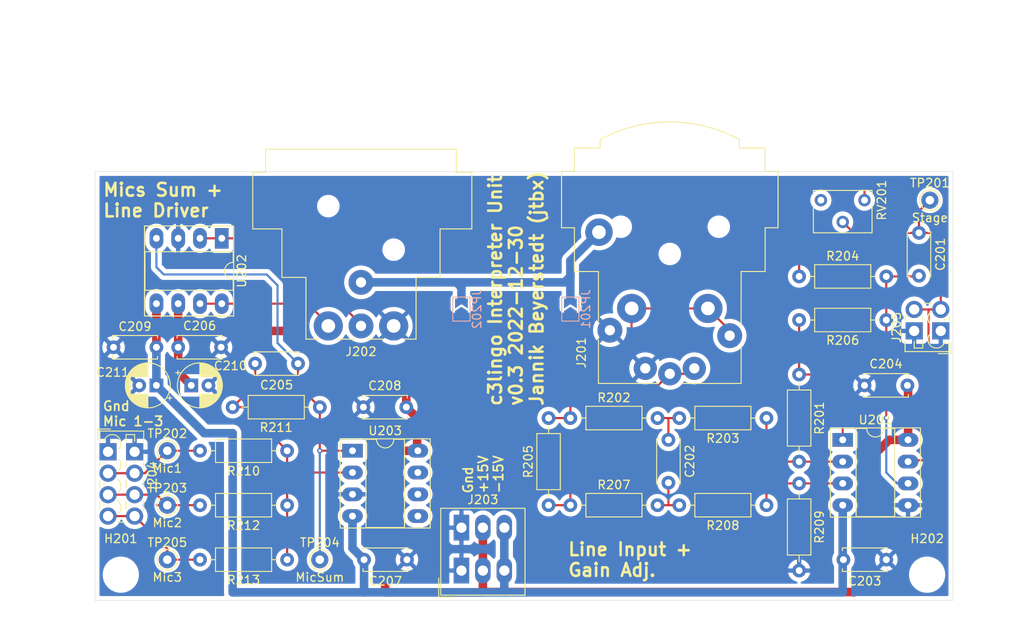
<source format=kicad_pcb>
(kicad_pcb (version 20211014) (generator pcbnew)

  (general
    (thickness 1.6)
  )

  (paper "A4" portrait)
  (title_block
    (title "c3lingo interpeter unit -- channel strip")
    (date "2022-12-31")
    (rev "v0.3")
    (company "Jannik Beyerstedt (jtbx)")
    (comment 1 "Prototype 2")
  )

  (layers
    (0 "F.Cu" signal)
    (31 "B.Cu" signal)
    (32 "B.Adhes" user "B.Adhesive")
    (33 "F.Adhes" user "F.Adhesive")
    (34 "B.Paste" user)
    (35 "F.Paste" user)
    (36 "B.SilkS" user "B.Silkscreen")
    (37 "F.SilkS" user "F.Silkscreen")
    (38 "B.Mask" user)
    (39 "F.Mask" user)
    (40 "Dwgs.User" user "User.Drawings")
    (41 "Cmts.User" user "User.Comments")
    (42 "Eco1.User" user "User.Eco1")
    (43 "Eco2.User" user "User.Eco2")
    (44 "Edge.Cuts" user)
    (45 "Margin" user)
    (46 "B.CrtYd" user "B.Courtyard")
    (47 "F.CrtYd" user "F.Courtyard")
    (48 "B.Fab" user)
    (49 "F.Fab" user)
  )

  (setup
    (pad_to_mask_clearance 0)
    (pcbplotparams
      (layerselection 0x00010f0_ffffffff)
      (disableapertmacros false)
      (usegerberextensions true)
      (usegerberattributes false)
      (usegerberadvancedattributes true)
      (creategerberjobfile false)
      (svguseinch false)
      (svgprecision 6)
      (excludeedgelayer true)
      (plotframeref false)
      (viasonmask false)
      (mode 1)
      (useauxorigin false)
      (hpglpennumber 1)
      (hpglpenspeed 20)
      (hpglpendiameter 15.000000)
      (dxfpolygonmode true)
      (dxfimperialunits true)
      (dxfusepcbnewfont true)
      (psnegative false)
      (psa4output false)
      (plotreference true)
      (plotvalue true)
      (plotinvisibletext false)
      (sketchpadsonfab false)
      (subtractmaskfromsilk true)
      (outputformat 1)
      (mirror false)
      (drillshape 0)
      (scaleselection 1)
      (outputdirectory "c3lingo_unit-mix_io-gerber")
    )
  )

  (net 0 "")
  (net 1 "-15V")
  (net 2 "+15V")
  (net 3 "GND")
  (net 4 "/StageSignal")
  (net 5 "Net-(C201-Pad2)")
  (net 6 "Net-(C202-Pad2)")
  (net 7 "Net-(C202-Pad1)")
  (net 8 "Net-(C205-Pad2)")
  (net 9 "Net-(C205-Pad1)")
  (net 10 "Net-(J201-Pad3)")
  (net 11 "Net-(J201-Pad2)")
  (net 12 "GNDREF")
  (net 13 "Net-(J202-Pad2)")
  (net 14 "Net-(J202-Pad3)")
  (net 15 "/Mix_Ch3")
  (net 16 "/Mix_Ch2")
  (net 17 "/Mix_Ch1")
  (net 18 "Net-(R201-Pad2)")
  (net 19 "Net-(R201-Pad1)")
  (net 20 "Net-(R204-Pad1)")
  (net 21 "Net-(R208-Pad1)")
  (net 22 "unconnected-(RV201-Pad3)")

  (footprint "Connector_Audio:Jack_XLR_Neutrik_NC3MAAH_Horizontal" (layer "F.Cu") (at 84.81 68 180))

  (footprint "Connector_Audio:Jack_XLR-6.35mm_Neutrik_NCJ6FA-H_Horizontal" (layer "F.Cu") (at 110.015 68.5 90))

  (footprint "Capacitor_THT:C_Disc_D5.0mm_W2.5mm_P5.00mm" (layer "F.Cu") (at 73.66 72.39 180))

  (footprint "Capacitor_THT:C_Disc_D5.0mm_W2.5mm_P5.00mm" (layer "F.Cu") (at 86.36 95.25 180))

  (footprint "Capacitor_THT:C_Disc_D5.0mm_W2.5mm_P5.00mm" (layer "F.Cu") (at 81.28 77.47))

  (footprint "Capacitor_THT:C_Disc_D5.0mm_W2.5mm_P5.00mm" (layer "F.Cu") (at 146.05 57.15 -90))

  (footprint "Capacitor_THT:C_Disc_D5.0mm_W2.5mm_P5.00mm" (layer "F.Cu") (at 142.24 95.25 180))

  (footprint "Capacitor_THT:C_Disc_D5.0mm_W2.5mm_P5.00mm" (layer "F.Cu") (at 139.7 74.93))

  (footprint "Capacitor_THT:C_Disc_D5.0mm_W2.5mm_P5.00mm" (layer "F.Cu") (at 59.69 70.485))

  (footprint "Capacitor_THT:C_Disc_D5.0mm_W2.5mm_P5.00mm" (layer "F.Cu") (at 57.15 70.485 180))

  (footprint "Resistor_THT:R_Axial_DIN0207_L6.3mm_D2.5mm_P10.16mm_Horizontal" (layer "F.Cu") (at 72.39 82.55 180))

  (footprint "Resistor_THT:R_Axial_DIN0207_L6.3mm_D2.5mm_P10.16mm_Horizontal" (layer "F.Cu") (at 76.2 77.47 180))

  (footprint "Resistor_THT:R_Axial_DIN0207_L6.3mm_D2.5mm_P10.16mm_Horizontal" (layer "F.Cu") (at 72.39 88.9 180))

  (footprint "Resistor_THT:R_Axial_DIN0207_L6.3mm_D2.5mm_P10.16mm_Horizontal" (layer "F.Cu") (at 72.39 95.25 180))

  (footprint "Resistor_THT:R_Axial_DIN0207_L6.3mm_D2.5mm_P10.16mm_Horizontal" (layer "F.Cu") (at 132.08 73.66 -90))

  (footprint "Resistor_THT:R_Axial_DIN0207_L6.3mm_D2.5mm_P10.16mm_Horizontal" (layer "F.Cu") (at 128.27 78.74 180))

  (footprint "Resistor_THT:R_Axial_DIN0207_L6.3mm_D2.5mm_P10.16mm_Horizontal" (layer "F.Cu") (at 132.08 62.23))

  (footprint "Resistor_THT:R_Axial_DIN0207_L6.3mm_D2.5mm_P10.16mm_Horizontal" (layer "F.Cu") (at 142.24 67.31 180))

  (footprint "Resistor_THT:R_Axial_DIN0207_L6.3mm_D2.5mm_P10.16mm_Horizontal" (layer "F.Cu") (at 128.27 88.9 180))

  (footprint "Resistor_THT:R_Axial_DIN0207_L6.3mm_D2.5mm_P10.16mm_Horizontal" (layer "F.Cu") (at 132.08 86.36 -90))

  (footprint "Potentiometer_THT:Potentiometer_Vishay_T73XX_Horizontal" (layer "F.Cu") (at 139.7 53.34 -90))

  (footprint "Package_DIP:DIP-8_W7.62mm_Socket_LongPads" (layer "F.Cu") (at 137.16 81.28))

  (footprint "Package_DIP:DIP-8_W7.62mm_Socket_LongPads" (layer "F.Cu") (at 64.77 57.785 -90))

  (footprint "TestPoint:TestPoint_THTPad_D2.0mm_Drill1.0mm" (layer "F.Cu") (at 76.2 95.25))

  (footprint "TestPoint:TestPoint_THTPad_D2.0mm_Drill1.0mm" (layer "F.Cu") (at 147.32 53.34))

  (footprint "TestPoint:TestPoint_THTPad_D2.0mm_Drill1.0mm" (layer "F.Cu") (at 58.42 82.55))

  (footprint "TestPoint:TestPoint_THTPad_D2.0mm_Drill1.0mm" (layer "F.Cu") (at 58.42 88.9))

  (footprint "TestPoint:TestPoint_THTPad_D2.0mm_Drill1.0mm" (layer "F.Cu") (at 58.42 95.25))

  (footprint "Capacitor_THT:C_Disc_D5.0mm_W2.5mm_P5.00mm" (layer "F.Cu") (at 116.84 81.28 -90))

  (footprint "Resistor_THT:R_Axial_DIN0207_L6.3mm_D2.5mm_P10.16mm_Horizontal" (layer "F.Cu") (at 105.41 78.74))

  (footprint "Resistor_THT:R_Axial_DIN0207_L6.3mm_D2.5mm_P10.16mm_Horizontal" (layer "F.Cu") (at 102.87 88.9 90))

  (footprint "Resistor_THT:R_Axial_DIN0207_L6.3mm_D2.5mm_P10.16mm_Horizontal" (layer "F.Cu") (at 105.41 88.9))

  (footprint "Package_DIP:DIP-8_W7.62mm_Socket_LongPads" (layer "F.Cu") (at 80.01 82.55))

  (footprint "TerminalBlock_Phoenix:TerminalBlock_Phoenix_PTSM-0,5-3-2.5-H-THR_1x03_P2.50mm_Horizontal" (layer "F.Cu") (at 92.71 96.52))

  (footprint "TerminalBlock_Phoenix:TerminalBlock_Phoenix_PTSM-0,5-4-2.5-V-THR_1x04_P2.50mm_Vertical" (layer "F.Cu") (at 51.51 82.67 -90))

  (footprint "TerminalBlock_Phoenix:TerminalBlock_Phoenix_PTSM-0,5-2-2.5-V-THR_1x02_P2.50mm_Vertical" (layer "F.Cu") (at 148.59 68.58 90))

  (footprint "MountingHole:MountingHole_3.2mm_M3" (layer "F.Cu") (at 53 97))

  (footprint "MountingHole:MountingHole_3.2mm_M3" (layer "F.Cu") (at 147 97))

  (footprint "Capacitor_THT:CP_Radial_D5.0mm_P2.00mm" (layer "F.Cu") (at 57.15 74.93 180))

  (footprint "Capacitor_THT:CP_Radial_D5.0mm_P2.00mm" (layer "F.Cu") (at 61.214 74.93))

  (footprint "Jumper:SolderJumper-2_P1.3mm_Open_TrianglePad1.0x1.5mm" (layer "B.Cu") (at 105.41 66.04 90))

  (footprint "Jumper:SolderJumper-2_P1.3mm_Open_TrianglePad1.0x1.5mm" (layer "B.Cu") (at 92.71 66.04 90))

  (gr_line (start 50 100) (end 50 50) (layer "Edge.Cuts") (width 0.05) (tstamp 00000000-0000-0000-0000-00005fad911f))
  (gr_line (start 50 50) (end 150 50) (layer "Edge.Cuts") (width 0.05) (tstamp 00000000-0000-0000-0000-000060b1e239))
  (gr_line (start 150 50) (end 150 100) (layer "Edge.Cuts") (width 0.05) (tstamp 27001c8f-1e6a-4810-a2ec-fad3638a73f3))
  (gr_line (start 150 100) (end 50 100) (layer "Edge.Cuts") (width 0.05) (tstamp 7b68eb08-a882-4b8c-b62d-b2615477ad5b))
  (gr_text "Mics Sum +\nLine Driver" (at 50.8 53.34) (layer "F.SilkS") (tstamp 00000000-0000-0000-0000-00005fa0337e)
    (effects (font (size 1.5 1.5) (thickness 0.3)) (justify left))
  )
  (gr_text "c3lingo Interpreter Unit\nv0.3 2022-12-30\nJannik Beyerstedt (jtbx)" (at 99.06 77.47 90) (layer "F.SilkS") (tstamp 00000000-0000-0000-0000-00005faf61b1)
    (effects (font (size 1.5 1.5) (thickness 0.3)) (justify left))
  )
  (gr_text "Line Input +\nGain Adj." (at 105 95.25) (layer "F.SilkS") (tstamp 00000000-0000-0000-0000-000060b27f55)
    (effects (font (size 1.5 1.5) (thickness 0.3)) (justify left))
  )
  (gr_text "Gnd\n+15V\n-15V" (at 95.25 87.63 90) (layer "F.SilkS") (tstamp 00000000-0000-0000-0000-000060b3b5e2)
    (effects (font (size 1.1 1.1) (thickness 0.2)) (justify left))
  )
  (gr_text "Gnd\nMic 1-3\n" (at 50.8 78.232) (layer "F.SilkS") (tstamp 45d9c59f-0bf3-4075-9e4f-3a4f3d731cc4)
    (effects (font (size 1.1 1.1) (thickness 0.2)) (justify left))
  )
  (dimension (type aligned) (layer "Dwgs.User") (tstamp 2cb9d54f-bb01-447b-823c-b794d1680b96)
    (pts (xy 50 50) (xy 50 100))
    (height 5)
    (gr_text "50.0000 mm" (at 43.85 75 90) (layer "Dwgs.User") (tstamp 2cb9d54f-bb01-447b-823c-b794d1680b96)
      (effects (font (size 1 1) (thickness 0.15)))
    )
    (format (units 2) (units_format 1) (precision 4))
    (style (thickness 0.12) (arrow_length 1.27) (text_position_mode 0) (extension_height 0.58642) (extension_offset 0) keep_text_aligned)
  )
  (dimension (type aligned) (layer "Dwgs.User") (tstamp 2ed6f8eb-a2d5-4e4b-8d3e-9461cda451a5)
    (pts (xy 147 100) (xy 147 97))
    (height 8)
    (gr_text "3.0000 mm" (at 153.85 98.5 90) (layer "Dwgs.User") (tstamp 2ed6f8eb-a2d5-4e4b-8d3e-9461cda451a5)
      (effects (font (size 1 1) (thickness 0.15)))
    )
    (format (units 2) (units_format 1) (precision 4))
    (style (thickness 0.12) (arrow_length 1.27) (text_position_mode 0) (extension_height 0.58642) (extension_offset 0) keep_text_aligned)
  )
  (dimension (type aligned) (layer "Dwgs.User") (tstamp 6b374840-6c86-4b1f-8506-fa7afdcf9049)
    (pts (xy 50 63) (xy 81 63))
    (height -20)
    (gr_text "31.0000 mm" (at 65.5 41.85) (layer "Dwgs.User") (tstamp 6b374840-6c86-4b1f-8506-fa7afdcf9049)
      (effects (font (size 1 1) (thickness 0.15)))
    )
    (format (units 2) (units_format 1) (precision 4))
    (style (thickness 0.12) (arrow_length 1.27) (text_position_mode 0) (extension_height 0.58642) (extension_offset 0) keep_text_aligned)
  )
  (dimension (type aligned) (layer "Dwgs.User") (tstamp b9a9011a-f7c5-48ae-aef7-bd20163d1e9b)
    (pts (xy 150 97) (xy 147 97))
    (height -7)
    (gr_text "3.0000 mm" (at 148.5 102.85) (layer "Dwgs.User") (tstamp b9a9011a-f7c5-48ae-aef7-bd20163d1e9b)
      (effects (font (size 1 1) (thickness 0.15)))
    )
    (format (units 2) (units_format 1) (precision 4))
    (style (thickness 0.12) (arrow_length 1.27) (text_position_mode 0) (extension_height 0.58642) (extension_offset 0) keep_text_aligned)
  )
  (dimension (type aligned) (layer "Dwgs.User") (tstamp ceeca584-561e-431d-aee3-d706e219a1a5)
    (pts (xy 150 50) (xy 50 50))
    (height 18)
    (gr_text "100.0000 mm" (at 100 30.85) (layer "Dwgs.User") (tstamp ceeca584-561e-431d-aee3-d706e219a1a5)
      (effects (font (size 1 1) (thickness 0.15)))
    )
    (format (units 2) (units_format 1) (precision 4))
    (style (thickness 0.12) (arrow_length 1.27) (text_position_mode 0) (extension_height 0.58642) (extension_offset 0) keep_text_aligned)
  )
  (dimension (type aligned) (layer "Dwgs.User") (tstamp d2b9b3f6-9e0d-4893-a0ec-00b7a8c6fbf5)
    (pts (xy 50 68) (xy 117 68))
    (height -29)
    (gr_text "67.0000 mm" (at 83.5 37.85) (layer "Dwgs.User") (tstamp d2b9b3f6-9e0d-4893-a0ec-00b7a8c6fbf5)
      (effects (font (size 1 1) (thickness 0.15)))
    )
    (format (units 2) (units_format 1) (precision 4))
    (style (thickness 0.12) (arrow_length 1.27) (text_position_mode 0) (extension_height 0.58642) (extension_offset 0) keep_text_aligned)
  )

  (segment (start 57.15 65.405) (end 57.15 70.485) (width 1) (layer "F.Cu") (net 1) (tstamp 84479cd6-c5c6-49f0-8c8e-213db4be6aad))
  (segment (start 66.04 99.06) (end 81.28 99.06) (width 1) (layer "B.Cu") (net 1) (tstamp 11006dcd-26c8-4350-ace3-cf48ea874ab7))
  (segment (start 97.71 96.52) (end 97.71 98.98) (width 1) (layer "B.Cu") (net 1) (tstamp 14222ff6-755f-4e2f-b479-1cd92000c66b))
  (segment (start 137.16 95.33) (end 137.24 95.25) (width 1) (layer "B.Cu") (net 1) (tstamp 17ead6ac-3677-419b-9a19-a507d531ee88))
  (segment (start 66.04 99.06) (end 66.04 80.50637) (width 1) (layer "B.Cu") (net 1) (tstamp 2d92bb88-6660-47c3-b5d7-142f34fa6242))
  (segment (start 57.15 70.485) (end 57.15 74.93) (width 1) (layer "B.Cu") (net 1) (tstamp 62dc505d-eb81-4eca-bfd4-8a4e6b507bb2))
  (segment (start 81.36 95.25) (end 81.36 98.98) (width 1) (layer "B.Cu") (net 1) (tstamp 6865eced-a322-4383-917e-2416908ba52d))
  (segment (start 137.16 99.06) (end 137.16 95.33) (width 1) (layer "B.Cu") (net 1) (tstamp 6fe0ba3d-fc75-4870-860d-db1911b75aec))
  (segment (start 97.71 98.98) (end 97.79 99.06) (width 1) (layer "B.Cu") (net 1) (tstamp 919594c9-6fa7-46e7-97fc-8f280b00aaa8))
  (segment (start 80.01 93.9) (end 81.36 95.25) (width 1) (layer "B.Cu") (net 1) (tstamp bd57816c-b2c2-49a9-bdce-917764332e4c))
  (segment (start 81.36 98.98) (end 81.28 99.06) (width 1) (layer "B.Cu") (net 1) (tstamp c13707c0-dbfa-48d2-83ee-f682b9a782f6))
  (segment (start 97.71 91.52) (end 97.71 96.52) (width 1) (layer "B.Cu") (net 1) (tstamp ce667d1f-88b5-466a-8958-11a0853c2186))
  (segment (start 81.28 99.06) (end 97.79 99.06) (width 1) (layer "B.Cu") (net 1) (tstamp da4739b8-5b66-491c-8c09-513aa08c3bca))
  (segment (start 80.01 90.17) (end 80.01 93.9) (width 1) (layer "B.Cu") (net 1) (tstamp db278c9a-5ed6-4a72-aa38-a700e3e511dd))
  (segment (start 137.16 88.9) (end 137.16 95.17) (width 1) (layer "B.Cu") (net 1) (tstamp dc587f54-1c33-499a-bf0a-ef0b265cfe3d))
  (segment (start 62.72637 80.50637) (end 66.04 80.50637) (width 1) (layer "B.Cu") (net 1) (tstamp e374d96e-7f21-4caa-a4ae-07dbf2bf57ba))
  (segment (start 57.15 74.93) (end 62.72637 80.50637) (width 1) (layer "B.Cu") (net 1) (tstamp e66ce03b-dadb-42ce-80b2-8f8a6a056f15))
  (segment (start 97.79 99.06) (end 137.16 99.06) (width 1) (layer "B.Cu") (net 1) (tstamp ed75810b-2481-49cb-a677-3f6c40ab3425))
  (segment (start 87.63 82.55) (end 85.09 82.55) (width 1) (layer "F.Cu") (net 2) (tstamp 05f6c74c-1e8a-4d84-9af9-0f689372136a))
  (segment (start 86.28 72.31) (end 85.09 71.12) (width 1) (layer "F.Cu") (net 2) (tstamp 153412ac-6e24-4f46-98ed-41e172b181be))
  (segment (start 144.78 75.01) (end 144.7 74.93) (width 1) (layer "F.Cu") (net 2) (tstamp 17e4dd84-233c-4c3d-a107-0efe968d4bf6))
  (segment (start 140.97 90.17) (end 140.97 82.89) (width 1) (layer "F.Cu") (net 2) (tstamp 19efde0e-00e3-40d2-b32e-6721d6424607))
  (segment (start 139.7 91.44) (end 140.97 90.17) (width 1) (layer "F.Cu") (net 2) (tstamp 1d392da6-c978-45c2-8a9d-09cf4cadcf58))
  (segment (start 95.25 99.06) (end 83.82 99.06) (width 1) (layer "F.Cu") (net 2) (tstamp 33f7a94e-56fa-4f1d-abb8-d3e3957ab50b))
  (segment (start 144.78 81.28) (end 144.78 75.01) (width 1) (layer "F.Cu") (net 2) (tstamp 4069b278-204b-4f26-a77f-ddc458e27ee4))
  (segment (start 76.2 71.12) (end 73.66 68.58) (width 1) (layer "F.Cu") (net 2) (tstamp 5214b586-5e73-4ed0-9aac-e20a6adba642))
  (segment (start 73.66 68.58) (end 59.69 68.58) (width 1) (layer "F.Cu") (net 2) (tstamp 57e53984-3d9b-473c-bdd5-eda4eceebafb))
  (segment (start 86.28 77.47) (end 87.55 78.74) (width 1) (layer "F.Cu") (net 2) (tstamp 59cafaf4-3449-4176-94c2-0276657092e3))
  (segment (start 85.09 82.55) (end 83.82 83.82) (width 1) (layer "F.Cu") (net 2) (tstamp 5c6eec93-e2a7-4da2-bf07-478179f7838a))
  (segment (start 139.7 97.79) (end 139.7 91.44) (width 1) (layer "F.Cu") (net 2) (tstamp 8567b779-7b7c-4208-86c3-c7c718b4e633))
  (segment (start 138.43 99.06) (end 139.7 97.79) (width 1) (layer "F.Cu") (net 2) (tstamp 8a7f254a-1260-430a-b30c-70f9ed941606))
  (segment (start 95.21 91.52) (end 95.21 96.52) (width 1) (layer "F.Cu") (net 2) (tstamp 8a9a6c9a-db89-4f27-af9e-4c5a48bc1572))
  (segment (start 59.69 70.485) (end 59.69 73.406) (width 1) (layer "F.Cu") (net 2) (tstamp 8b4b0a86-249a-4d28-9527-e50ec2c7c3e3))
  (segment (start 59.69 73.406) (end 61.214 74.93) (width 1) (layer "F.Cu") (net 2) (tstamp 8b79527b-4e6e-47d0-bd4f-65bc8263b3ac))
  (segment (start 142.58 81.28) (end 144.78 81.28) (width 1) (layer "F.Cu") (net 2) (tstamp 8f3d0721-91d4-43eb-a6bd-0664e52b0cee))
  (segment (start 138.39 99.02) (end 138.43 99.06) (width 1) (layer "F.Cu") (net 2) (tstamp 906f0fb1-0e7d-40f4-81a2-2faf204e4cc0))
  (segment (start 85.09 71.12) (end 76.2 71.12) (width 1) (lay
... [395039 chars truncated]
</source>
